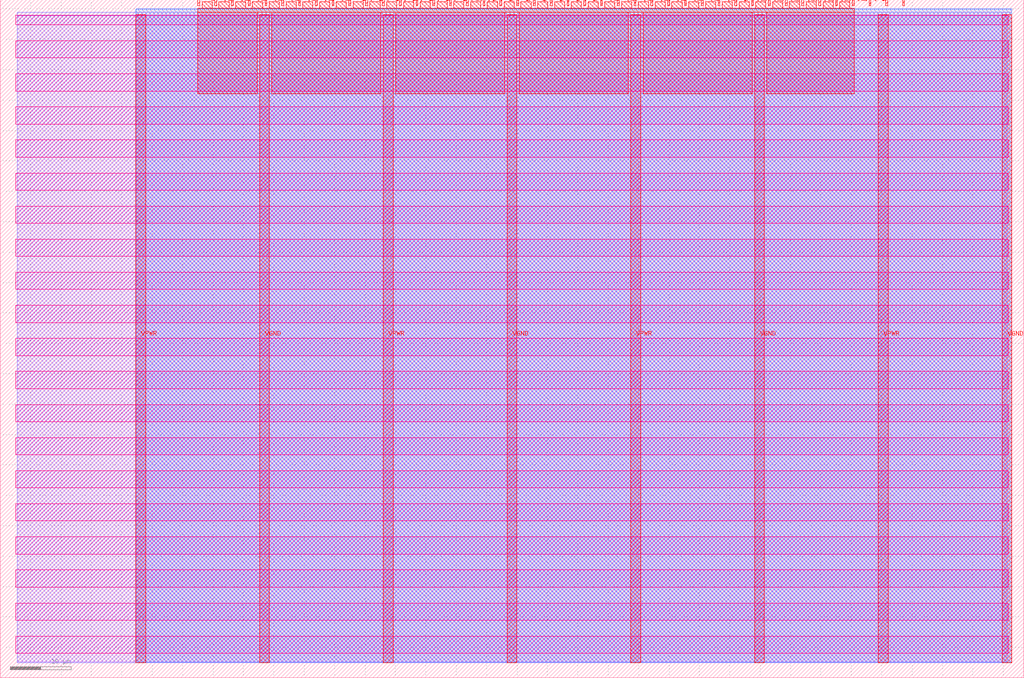
<source format=lef>
VERSION 5.7 ;
  NOWIREEXTENSIONATPIN ON ;
  DIVIDERCHAR "/" ;
  BUSBITCHARS "[]" ;
MACRO tt_um_loopback_dup
  CLASS BLOCK ;
  FOREIGN tt_um_loopback_dup ;
  ORIGIN 0.000 0.000 ;
  SIZE 168.360 BY 111.520 ;
  PIN VGND
    DIRECTION INOUT ;
    USE GROUND ;
    PORT
      LAYER met4 ;
        RECT 42.670 2.480 44.270 109.040 ;
    END
    PORT
      LAYER met4 ;
        RECT 83.380 2.480 84.980 109.040 ;
    END
    PORT
      LAYER met4 ;
        RECT 124.090 2.480 125.690 109.040 ;
    END
    PORT
      LAYER met4 ;
        RECT 164.800 2.480 166.400 109.040 ;
    END
  END VGND
  PIN VPWR
    DIRECTION INOUT ;
    USE POWER ;
    PORT
      LAYER met4 ;
        RECT 22.315 2.480 23.915 109.040 ;
    END
    PORT
      LAYER met4 ;
        RECT 63.025 2.480 64.625 109.040 ;
    END
    PORT
      LAYER met4 ;
        RECT 103.735 2.480 105.335 109.040 ;
    END
    PORT
      LAYER met4 ;
        RECT 144.445 2.480 146.045 109.040 ;
    END
  END VPWR
  PIN clk
    DIRECTION INPUT ;
    USE SIGNAL ;
    PORT
      LAYER met4 ;
        RECT 145.670 110.520 145.970 111.520 ;
    END
  END clk
  PIN ena
    DIRECTION INPUT ;
    USE SIGNAL ;
    PORT
      LAYER met4 ;
        RECT 148.430 110.520 148.730 111.520 ;
    END
  END ena
  PIN rst_n
    DIRECTION INPUT ;
    USE SIGNAL ;
    PORT
      LAYER met4 ;
        RECT 142.910 110.520 143.210 111.520 ;
    END
  END rst_n
  PIN ui_in[0]
    DIRECTION INPUT ;
    USE SIGNAL ;
    ANTENNAGATEAREA 0.213000 ;
    PORT
      LAYER met4 ;
        RECT 140.150 110.520 140.450 111.520 ;
    END
  END ui_in[0]
  PIN ui_in[1]
    DIRECTION INPUT ;
    USE SIGNAL ;
    PORT
      LAYER met4 ;
        RECT 137.390 110.520 137.690 111.520 ;
    END
  END ui_in[1]
  PIN ui_in[2]
    DIRECTION INPUT ;
    USE SIGNAL ;
    PORT
      LAYER met4 ;
        RECT 134.630 110.520 134.930 111.520 ;
    END
  END ui_in[2]
  PIN ui_in[3]
    DIRECTION INPUT ;
    USE SIGNAL ;
    PORT
      LAYER met4 ;
        RECT 131.870 110.520 132.170 111.520 ;
    END
  END ui_in[3]
  PIN ui_in[4]
    DIRECTION INPUT ;
    USE SIGNAL ;
    ANTENNAGATEAREA 0.196500 ;
    PORT
      LAYER met4 ;
        RECT 129.110 110.520 129.410 111.520 ;
    END
  END ui_in[4]
  PIN ui_in[5]
    DIRECTION INPUT ;
    USE SIGNAL ;
    ANTENNAGATEAREA 0.196500 ;
    PORT
      LAYER met4 ;
        RECT 126.350 110.520 126.650 111.520 ;
    END
  END ui_in[5]
  PIN ui_in[6]
    DIRECTION INPUT ;
    USE SIGNAL ;
    ANTENNAGATEAREA 0.196500 ;
    PORT
      LAYER met4 ;
        RECT 123.590 110.520 123.890 111.520 ;
    END
  END ui_in[6]
  PIN ui_in[7]
    DIRECTION INPUT ;
    USE SIGNAL ;
    ANTENNAGATEAREA 0.196500 ;
    PORT
      LAYER met4 ;
        RECT 120.830 110.520 121.130 111.520 ;
    END
  END ui_in[7]
  PIN uio_in[0]
    DIRECTION INPUT ;
    USE SIGNAL ;
    PORT
      LAYER met4 ;
        RECT 118.070 110.520 118.370 111.520 ;
    END
  END uio_in[0]
  PIN uio_in[1]
    DIRECTION INPUT ;
    USE SIGNAL ;
    PORT
      LAYER met4 ;
        RECT 115.310 110.520 115.610 111.520 ;
    END
  END uio_in[1]
  PIN uio_in[2]
    DIRECTION INPUT ;
    USE SIGNAL ;
    PORT
      LAYER met4 ;
        RECT 112.550 110.520 112.850 111.520 ;
    END
  END uio_in[2]
  PIN uio_in[3]
    DIRECTION INPUT ;
    USE SIGNAL ;
    PORT
      LAYER met4 ;
        RECT 109.790 110.520 110.090 111.520 ;
    END
  END uio_in[3]
  PIN uio_in[4]
    DIRECTION INPUT ;
    USE SIGNAL ;
    PORT
      LAYER met4 ;
        RECT 107.030 110.520 107.330 111.520 ;
    END
  END uio_in[4]
  PIN uio_in[5]
    DIRECTION INPUT ;
    USE SIGNAL ;
    PORT
      LAYER met4 ;
        RECT 104.270 110.520 104.570 111.520 ;
    END
  END uio_in[5]
  PIN uio_in[6]
    DIRECTION INPUT ;
    USE SIGNAL ;
    PORT
      LAYER met4 ;
        RECT 101.510 110.520 101.810 111.520 ;
    END
  END uio_in[6]
  PIN uio_in[7]
    DIRECTION INPUT ;
    USE SIGNAL ;
    PORT
      LAYER met4 ;
        RECT 98.750 110.520 99.050 111.520 ;
    END
  END uio_in[7]
  PIN uio_oe[0]
    DIRECTION OUTPUT TRISTATE ;
    USE SIGNAL ;
    PORT
      LAYER met4 ;
        RECT 51.830 110.520 52.130 111.520 ;
    END
  END uio_oe[0]
  PIN uio_oe[1]
    DIRECTION OUTPUT TRISTATE ;
    USE SIGNAL ;
    PORT
      LAYER met4 ;
        RECT 49.070 110.520 49.370 111.520 ;
    END
  END uio_oe[1]
  PIN uio_oe[2]
    DIRECTION OUTPUT TRISTATE ;
    USE SIGNAL ;
    PORT
      LAYER met4 ;
        RECT 46.310 110.520 46.610 111.520 ;
    END
  END uio_oe[2]
  PIN uio_oe[3]
    DIRECTION OUTPUT TRISTATE ;
    USE SIGNAL ;
    PORT
      LAYER met4 ;
        RECT 43.550 110.520 43.850 111.520 ;
    END
  END uio_oe[3]
  PIN uio_oe[4]
    DIRECTION OUTPUT TRISTATE ;
    USE SIGNAL ;
    PORT
      LAYER met4 ;
        RECT 40.790 110.520 41.090 111.520 ;
    END
  END uio_oe[4]
  PIN uio_oe[5]
    DIRECTION OUTPUT TRISTATE ;
    USE SIGNAL ;
    PORT
      LAYER met4 ;
        RECT 38.030 110.520 38.330 111.520 ;
    END
  END uio_oe[5]
  PIN uio_oe[6]
    DIRECTION OUTPUT TRISTATE ;
    USE SIGNAL ;
    PORT
      LAYER met4 ;
        RECT 35.270 110.520 35.570 111.520 ;
    END
  END uio_oe[6]
  PIN uio_oe[7]
    DIRECTION OUTPUT TRISTATE ;
    USE SIGNAL ;
    PORT
      LAYER met4 ;
        RECT 32.510 110.520 32.810 111.520 ;
    END
  END uio_oe[7]
  PIN uio_out[0]
    DIRECTION OUTPUT TRISTATE ;
    USE SIGNAL ;
    PORT
      LAYER met4 ;
        RECT 73.910 110.520 74.210 111.520 ;
    END
  END uio_out[0]
  PIN uio_out[1]
    DIRECTION OUTPUT TRISTATE ;
    USE SIGNAL ;
    PORT
      LAYER met4 ;
        RECT 71.150 110.520 71.450 111.520 ;
    END
  END uio_out[1]
  PIN uio_out[2]
    DIRECTION OUTPUT TRISTATE ;
    USE SIGNAL ;
    PORT
      LAYER met4 ;
        RECT 68.390 110.520 68.690 111.520 ;
    END
  END uio_out[2]
  PIN uio_out[3]
    DIRECTION OUTPUT TRISTATE ;
    USE SIGNAL ;
    PORT
      LAYER met4 ;
        RECT 65.630 110.520 65.930 111.520 ;
    END
  END uio_out[3]
  PIN uio_out[4]
    DIRECTION OUTPUT TRISTATE ;
    USE SIGNAL ;
    PORT
      LAYER met4 ;
        RECT 62.870 110.520 63.170 111.520 ;
    END
  END uio_out[4]
  PIN uio_out[5]
    DIRECTION OUTPUT TRISTATE ;
    USE SIGNAL ;
    PORT
      LAYER met4 ;
        RECT 60.110 110.520 60.410 111.520 ;
    END
  END uio_out[5]
  PIN uio_out[6]
    DIRECTION OUTPUT TRISTATE ;
    USE SIGNAL ;
    PORT
      LAYER met4 ;
        RECT 57.350 110.520 57.650 111.520 ;
    END
  END uio_out[6]
  PIN uio_out[7]
    DIRECTION OUTPUT TRISTATE ;
    USE SIGNAL ;
    PORT
      LAYER met4 ;
        RECT 54.590 110.520 54.890 111.520 ;
    END
  END uio_out[7]
  PIN uo_out[0]
    DIRECTION OUTPUT TRISTATE ;
    USE SIGNAL ;
    ANTENNADIFFAREA 0.445500 ;
    PORT
      LAYER met4 ;
        RECT 95.990 110.520 96.290 111.520 ;
    END
  END uo_out[0]
  PIN uo_out[1]
    DIRECTION OUTPUT TRISTATE ;
    USE SIGNAL ;
    ANTENNADIFFAREA 0.445500 ;
    PORT
      LAYER met4 ;
        RECT 93.230 110.520 93.530 111.520 ;
    END
  END uo_out[1]
  PIN uo_out[2]
    DIRECTION OUTPUT TRISTATE ;
    USE SIGNAL ;
    ANTENNADIFFAREA 0.445500 ;
    PORT
      LAYER met4 ;
        RECT 90.470 110.520 90.770 111.520 ;
    END
  END uo_out[2]
  PIN uo_out[3]
    DIRECTION OUTPUT TRISTATE ;
    USE SIGNAL ;
    ANTENNADIFFAREA 0.445500 ;
    PORT
      LAYER met4 ;
        RECT 87.710 110.520 88.010 111.520 ;
    END
  END uo_out[3]
  PIN uo_out[4]
    DIRECTION OUTPUT TRISTATE ;
    USE SIGNAL ;
    ANTENNADIFFAREA 0.445500 ;
    PORT
      LAYER met4 ;
        RECT 84.950 110.520 85.250 111.520 ;
    END
  END uo_out[4]
  PIN uo_out[5]
    DIRECTION OUTPUT TRISTATE ;
    USE SIGNAL ;
    ANTENNADIFFAREA 0.445500 ;
    PORT
      LAYER met4 ;
        RECT 82.190 110.520 82.490 111.520 ;
    END
  END uo_out[5]
  PIN uo_out[6]
    DIRECTION OUTPUT TRISTATE ;
    USE SIGNAL ;
    ANTENNADIFFAREA 0.445500 ;
    PORT
      LAYER met4 ;
        RECT 79.430 110.520 79.730 111.520 ;
    END
  END uo_out[6]
  PIN uo_out[7]
    DIRECTION OUTPUT TRISTATE ;
    USE SIGNAL ;
    ANTENNADIFFAREA 0.795200 ;
    PORT
      LAYER met4 ;
        RECT 76.670 110.520 76.970 111.520 ;
    END
  END uo_out[7]
  OBS
      LAYER nwell ;
        RECT 2.570 107.385 165.790 108.990 ;
        RECT 2.570 101.945 165.790 104.775 ;
        RECT 2.570 96.505 165.790 99.335 ;
        RECT 2.570 91.065 165.790 93.895 ;
        RECT 2.570 85.625 165.790 88.455 ;
        RECT 2.570 80.185 165.790 83.015 ;
        RECT 2.570 74.745 165.790 77.575 ;
        RECT 2.570 69.305 165.790 72.135 ;
        RECT 2.570 63.865 165.790 66.695 ;
        RECT 2.570 58.425 165.790 61.255 ;
        RECT 2.570 52.985 165.790 55.815 ;
        RECT 2.570 47.545 165.790 50.375 ;
        RECT 2.570 42.105 165.790 44.935 ;
        RECT 2.570 36.665 165.790 39.495 ;
        RECT 2.570 31.225 165.790 34.055 ;
        RECT 2.570 25.785 165.790 28.615 ;
        RECT 2.570 20.345 165.790 23.175 ;
        RECT 2.570 14.905 165.790 17.735 ;
        RECT 2.570 9.465 165.790 12.295 ;
        RECT 2.570 4.025 165.790 6.855 ;
      LAYER li1 ;
        RECT 2.760 2.635 165.600 108.885 ;
      LAYER met1 ;
        RECT 2.760 2.480 166.400 109.440 ;
      LAYER met2 ;
        RECT 22.345 2.535 166.370 110.005 ;
      LAYER met3 ;
        RECT 22.325 2.555 166.390 109.985 ;
      LAYER met4 ;
        RECT 33.210 110.120 34.870 111.170 ;
        RECT 35.970 110.120 37.630 111.170 ;
        RECT 38.730 110.120 40.390 111.170 ;
        RECT 41.490 110.120 43.150 111.170 ;
        RECT 44.250 110.120 45.910 111.170 ;
        RECT 47.010 110.120 48.670 111.170 ;
        RECT 49.770 110.120 51.430 111.170 ;
        RECT 52.530 110.120 54.190 111.170 ;
        RECT 55.290 110.120 56.950 111.170 ;
        RECT 58.050 110.120 59.710 111.170 ;
        RECT 60.810 110.120 62.470 111.170 ;
        RECT 63.570 110.120 65.230 111.170 ;
        RECT 66.330 110.120 67.990 111.170 ;
        RECT 69.090 110.120 70.750 111.170 ;
        RECT 71.850 110.120 73.510 111.170 ;
        RECT 74.610 110.120 76.270 111.170 ;
        RECT 77.370 110.120 79.030 111.170 ;
        RECT 80.130 110.120 81.790 111.170 ;
        RECT 82.890 110.120 84.550 111.170 ;
        RECT 85.650 110.120 87.310 111.170 ;
        RECT 88.410 110.120 90.070 111.170 ;
        RECT 91.170 110.120 92.830 111.170 ;
        RECT 93.930 110.120 95.590 111.170 ;
        RECT 96.690 110.120 98.350 111.170 ;
        RECT 99.450 110.120 101.110 111.170 ;
        RECT 102.210 110.120 103.870 111.170 ;
        RECT 104.970 110.120 106.630 111.170 ;
        RECT 107.730 110.120 109.390 111.170 ;
        RECT 110.490 110.120 112.150 111.170 ;
        RECT 113.250 110.120 114.910 111.170 ;
        RECT 116.010 110.120 117.670 111.170 ;
        RECT 118.770 110.120 120.430 111.170 ;
        RECT 121.530 110.120 123.190 111.170 ;
        RECT 124.290 110.120 125.950 111.170 ;
        RECT 127.050 110.120 128.710 111.170 ;
        RECT 129.810 110.120 131.470 111.170 ;
        RECT 132.570 110.120 134.230 111.170 ;
        RECT 135.330 110.120 136.990 111.170 ;
        RECT 138.090 110.120 139.750 111.170 ;
        RECT 32.495 109.440 140.465 110.120 ;
        RECT 32.495 96.055 42.270 109.440 ;
        RECT 44.670 96.055 62.625 109.440 ;
        RECT 65.025 96.055 82.980 109.440 ;
        RECT 85.380 96.055 103.335 109.440 ;
        RECT 105.735 96.055 123.690 109.440 ;
        RECT 126.090 96.055 140.465 109.440 ;
  END
END tt_um_loopback_dup
END LIBRARY


</source>
